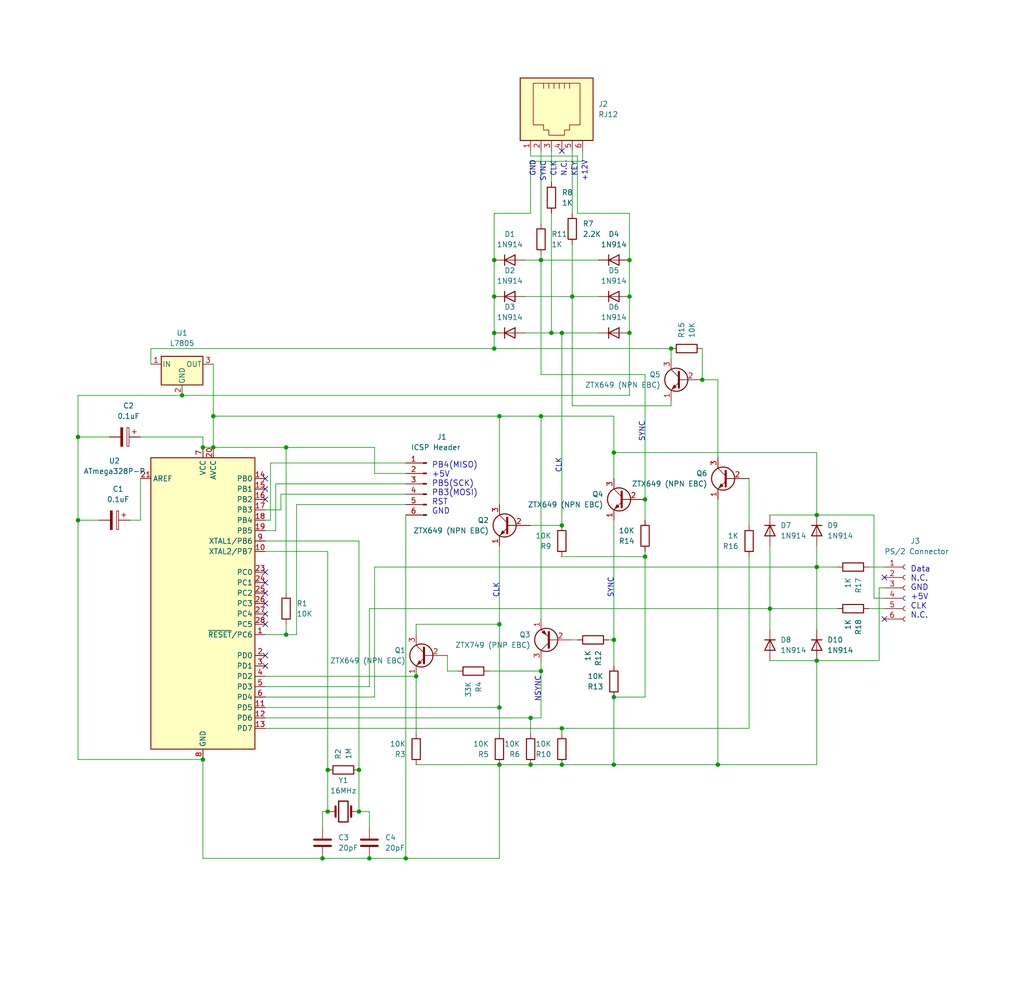
<source format=kicad_sch>
(kicad_sch (version 20211123) (generator eeschema)
  (paper "User" 250.012 240.005)
  (title_block (title "HP-150 Keyboard to PS/2 Keyboard Adaptor") (date "2022-05-22") (rev "A") (comment 1 "Copyright (c) 2022 Moonspine"))
  (lib_symbols
    (symbol "Connector:Conn_01x06_Female" (pin_names (offset 1.016) hide)
      (property "Reference" "J" (at 0 7.62 0))
      (property "Value" "Conn_01x06_Female" (at 0 -10.16 0))
      (symbol "Conn_01x06_Female_1_1"
        (arc (start 0 -7.112) (mid -0.508 -7.62) (end 0 -8.128) (stroke (width 0.1524)))
        (arc (start 0 -4.572) (mid -0.508 -5.08) (end 0 -5.588) (stroke (width 0.1524)))
        (arc (start 0 -2.032) (mid -0.508 -2.54) (end 0 -3.048) (stroke (width 0.1524)))
        (polyline (pts (xy -1.27 -7.62) (xy -0.508 -7.62)) (stroke (width 0.1524)))
        (polyline (pts (xy -1.27 -5.08) (xy -0.508 -5.08)) (stroke (width 0.1524)))
        (polyline (pts (xy -1.27 -2.54) (xy -0.508 -2.54)) (stroke (width 0.1524)))
        (polyline (pts (xy -1.27 0) (xy -0.508 0)) (stroke (width 0.1524)))
        (polyline (pts (xy -1.27 2.54) (xy -0.508 2.54)) (stroke (width 0.1524)))
        (polyline (pts (xy -1.27 5.08) (xy -0.508 5.08)) (stroke (width 0.1524)))
        (arc (start 0 0.508) (mid -0.508 0) (end 0 -0.508) (stroke (width 0.1524)))
        (arc (start 0 3.048) (mid -0.508 2.54) (end 0 2.032) (stroke (width 0.1524)))
        (arc (start 0 5.588) (mid -0.508 5.08) (end 0 4.572) (stroke (width 0.1524)))
        (pin passive line (at -5.08 5.08 0) (length 3.81) (name "Pin_1") (number "1"))
        (pin passive line (at -5.08 2.54 0) (length 3.81) (name "Pin_2") (number "2"))
        (pin passive line (at -5.08 0 0) (length 3.81) (name "Pin_3") (number "3"))
        (pin passive line (at -5.08 -2.54 0) (length 3.81) (name "Pin_4") (number "4"))
        (pin passive line (at -5.08 -5.08 0) (length 3.81) (name "Pin_5") (number "5"))
        (pin passive line (at -5.08 -7.62 0) (length 3.81) (name "Pin_6") (number "6"))
      )
    )
    (symbol "Connector:Conn_01x06_Male" (pin_names (offset 1.016) hide)
      (property "Reference" "J" (at 0 7.62 0))
      (property "Value" "Conn_01x06_Male" (at 0 -10.16 0))
      (symbol "Conn_01x06_Male_1_1"
        (polyline (pts (xy 1.27 -7.62) (xy 0.8636 -7.62)) (stroke (width 0.1524)))
        (polyline (pts (xy 1.27 -5.08) (xy 0.8636 -5.08)) (stroke (width 0.1524)))
        (polyline (pts (xy 1.27 -2.54) (xy 0.8636 -2.54)) (stroke (width 0.1524)))
        (polyline (pts (xy 1.27 0) (xy 0.8636 0)) (stroke (width 0.1524)))
        (polyline (pts (xy 1.27 2.54) (xy 0.8636 2.54)) (stroke (width 0.1524)))
        (polyline (pts (xy 1.27 5.08) (xy 0.8636 5.08)) (stroke (width 0.1524)))
        (rectangle (start 0.8636 -7.493) (end 0 -7.747) (stroke (width 0.1524)) (fill (type outline)))
        (rectangle (start 0.8636 -4.953) (end 0 -5.207) (stroke (width 0.1524)) (fill (type outline)))
        (rectangle (start 0.8636 -2.413) (end 0 -2.667) (stroke (width 0.1524)) (fill (type outline)))
        (rectangle (start 0.8636 0.127) (end 0 -0.127) (stroke (width 0.1524)) (fill (type outline)))
        (rectangle (start 0.8636 2.667) (end 0 2.413) (stroke (width 0.1524)) (fill (type outline)))
        (rectangle (start 0.8636 5.207) (end 0 4.953) (stroke (width 0.1524)) (fill (type outline)))
        (pin passive line (at 5.08 5.08 180) (length 3.81) (name "Pin_1") (number "1"))
        (pin passive line (at 5.08 2.54 180) (length 3.81) (name "Pin_2") (number "2"))
        (pin passive line (at 5.08 0 180) (length 3.81) (name "Pin_3") (number "3"))
        (pin passive line (at 5.08 -2.54 180) (length 3.81) (name "Pin_4") (number "4"))
        (pin passive line (at 5.08 -5.08 180) (length 3.81) (name "Pin_5") (number "5"))
        (pin passive line (at 5.08 -7.62 180) (length 3.81) (name "Pin_6") (number "6"))
      )
    )
    (symbol "Connector:RJ12" (pin_names (offset 1.016))
      (property "Reference" "J" (at -5.08 11.43 0))
      (property "Value" "RJ12" (at 2.54 11.43 0))
      (symbol "RJ12_0_1"
        (polyline (pts (xy -6.35 -1.905) (xy -5.08 -1.905) (xy -5.08 -1.905)))
        (polyline (pts (xy -6.35 -0.635) (xy -5.08 -0.635) (xy -5.08 -0.635)))
        (polyline (pts (xy -6.35 0.635) (xy -5.08 0.635) (xy -5.08 0.635)))
        (polyline (pts (xy -6.35 1.905) (xy -5.08 1.905) (xy -5.08 1.905)))
        (polyline (pts (xy -6.35 3.175) (xy -5.08 3.175) (xy -5.08 3.175)))
        (polyline (pts (xy -5.08 4.445) (xy -6.35 4.445) (xy -6.35 4.445)))
        (polyline (pts (xy -6.35 -4.445) (xy -6.35 6.985) (xy 3.81 6.985) (xy 3.81 4.445) (xy 5.08 4.445) (xy 5.08 3.175) (xy 6.35 3.175) (xy 6.35 -0.635) (xy 5.08 -0.635) (xy 5.08 -1.905) (xy 3.81 -1.905) (xy 3.81 -4.445) (xy -6.35 -4.445) (xy -6.35 -4.445)))
        (rectangle (start 7.62 10.16) (end -7.62 -7.62) (stroke (width 0.254)) (fill (type background)))
      )
      (symbol "RJ12_1_1"
        (pin passive line (at 10.16 -5.08 180) (length 2.54) (name "~") (number "1"))
        (pin passive line (at 10.16 -2.54 180) (length 2.54) (name "~") (number "2"))
        (pin passive line (at 10.16 0 180) (length 2.54) (name "~") (number "3"))
        (pin passive line (at 10.16 2.54 180) (length 2.54) (name "~") (number "4"))
        (pin passive line (at 10.16 5.08 180) (length 2.54) (name "~") (number "5"))
        (pin passive line (at 10.16 7.62 180) (length 2.54) (name "~") (number "6"))
      )
    )
    (symbol "Device:C" (pin_numbers hide) (pin_names (offset 0.254))
      (property "Reference" "C" (at 0.635 2.54 0))
      (property "Value" "C" (at 0.635 -2.54 0))
      (symbol "C_0_1"
        (polyline (pts (xy -2.032 -0.762) (xy 2.032 -0.762)) (stroke (width 0.508)))
        (polyline (pts (xy -2.032 0.762) (xy 2.032 0.762)) (stroke (width 0.508)))
      )
      (symbol "C_1_1"
        (pin passive line (at 0 3.81 270) (length 2.794) (name "~") (number "1"))
        (pin passive line (at 0 -3.81 90) (length 2.794) (name "~") (number "2"))
      )
    )
    (symbol "Device:C_Polarized" (pin_numbers hide) (pin_names (offset 0.254))
      (property "Reference" "C" (at 0.635 2.54 0))
      (property "Value" "C_Polarized" (at 0.635 -2.54 0))
      (symbol "C_Polarized_0_1"
        (rectangle (start -2.286 0.508) (end 2.286 1.016))
        (polyline (pts (xy -1.778 2.286) (xy -0.762 2.286)))
        (polyline (pts (xy -1.27 2.794) (xy -1.27 1.778)))
        (rectangle (start 2.286 -0.508) (end -2.286 -1.016) (fill (type outline)))
      )
      (symbol "C_Polarized_1_1"
        (pin passive line (at 0 3.81 270) (length 2.794) (name "~") (number "1"))
        (pin passive line (at 0 -3.81 90) (length 2.794) (name "~") (number "2"))
      )
    )
    (symbol "Device:Crystal" (pin_numbers hide) (pin_names (offset 1.016) hide)
      (property "Reference" "Y" (at 0 3.81 0))
      (property "Value" "Crystal" (at 0 -3.81 0))
      (symbol "Crystal_0_1"
        (rectangle (start -1.143 2.54) (end 1.143 -2.54) (stroke (width 0.3048)))
        (polyline (pts (xy -2.54 0) (xy -1.905 0)))
        (polyline (pts (xy -1.905 -1.27) (xy -1.905 1.27)) (stroke (width 0.508)))
        (polyline (pts (xy 1.905 -1.27) (xy 1.905 1.27)) (stroke (width 0.508)))
        (polyline (pts (xy 2.54 0) (xy 1.905 0)))
      )
      (symbol "Crystal_1_1"
        (pin passive line (at -3.81 0 0) (length 1.27) (name "1") (number "1"))
        (pin passive line (at 3.81 0 180) (length 1.27) (name "2") (number "2"))
      )
    )
    (symbol "Device:D" (pin_numbers hide) (pin_names (offset 1.016) hide)
      (property "Reference" "D" (at 0 2.54 0))
      (property "Value" "D" (at 0 -2.54 0))
      (symbol "D_0_1"
        (polyline (pts (xy -1.27 1.27) (xy -1.27 -1.27)) (stroke (width 0.254)))
        (polyline (pts (xy 1.27 0) (xy -1.27 0)))
        (polyline (pts (xy 1.27 1.27) (xy 1.27 -1.27) (xy -1.27 0) (xy 1.27 1.27)) (stroke (width 0.254)))
      )
      (symbol "D_1_1"
        (pin passive line (at -3.81 0 0) (length 2.54) (name "K") (number "1"))
        (pin passive line (at 3.81 0 180) (length 2.54) (name "A") (number "2"))
      )
    )
    (symbol "Device:Q_NPN_EBC" (pin_names (offset 0) hide)
      (property "Reference" "Q" (at 5.08 1.27 0))
      (property "Value" "Q_NPN_EBC" (at 5.08 -1.27 0))
      (symbol "Q_NPN_EBC_0_1"
        (polyline (pts (xy 0.635 0.635) (xy 2.54 2.54)))
        (polyline (pts (xy 0.635 -0.635) (xy 2.54 -2.54) (xy 2.54 -2.54)))
        (polyline (pts (xy 0.635 1.905) (xy 0.635 -1.905) (xy 0.635 -1.905)) (stroke (width 0.508)))
        (polyline (pts (xy 1.27 -1.778) (xy 1.778 -1.27) (xy 2.286 -2.286) (xy 1.27 -1.778) (xy 1.27 -1.778)) (fill (type outline)))
        (circle (center 1.27 0) (radius 2.8194) (stroke (width 0.254)))
      )
      (symbol "Q_NPN_EBC_1_1"
        (pin passive line (at 2.54 -5.08 90) (length 2.54) (name "E") (number "1"))
        (pin passive line (at -5.08 0 0) (length 5.715) (name "B") (number "2"))
        (pin passive line (at 2.54 5.08 270) (length 2.54) (name "C") (number "3"))
      )
    )
    (symbol "Device:Q_PNP_EBC" (pin_names (offset 0) hide)
      (property "Reference" "Q" (at 5.08 1.27 0))
      (property "Value" "Q_PNP_EBC" (at 5.08 -1.27 0))
      (symbol "Q_PNP_EBC_0_1"
        (polyline (pts (xy 0.635 0.635) (xy 2.54 2.54)))
        (polyline (pts (xy 0.635 -0.635) (xy 2.54 -2.54) (xy 2.54 -2.54)))
        (polyline (pts (xy 0.635 1.905) (xy 0.635 -1.905) (xy 0.635 -1.905)) (stroke (width 0.508)))
        (polyline (pts (xy 2.286 -1.778) (xy 1.778 -2.286) (xy 1.27 -1.27) (xy 2.286 -1.778) (xy 2.286 -1.778)) (fill (type outline)))
        (circle (center 1.27 0) (radius 2.8194) (stroke (width 0.254)))
      )
      (symbol "Q_PNP_EBC_1_1"
        (pin passive line (at 2.54 -5.08 90) (length 2.54) (name "E") (number "1"))
        (pin input line (at -5.08 0 0) (length 5.715) (name "B") (number "2"))
        (pin passive line (at 2.54 5.08 270) (length 2.54) (name "C") (number "3"))
      )
    )
    (symbol "Device:R" (pin_numbers hide) (pin_names (offset 0))
      (property "Reference" "R" (at 2.032 0 90))
      (property "Value" "R" (at 0 0 90))
      (symbol "R_0_1"
        (rectangle (start -1.016 -2.54) (end 1.016 2.54) (stroke (width 0.254)))
      )
      (symbol "R_1_1"
        (pin passive line (at 0 3.81 270) (length 1.27) (name "~") (number "1"))
        (pin passive line (at 0 -3.81 90) (length 1.27) (name "~") (number "2"))
      )
    )
    (symbol "MCU_Microchip_ATmega:ATmega328P-P"
      (property "Reference" "U" (at -12.7 36.83 0))
      (property "Value" "ATmega328P-P" (at 2.54 -36.83 0))
      (symbol "ATmega328P-P_0_1"
        (rectangle (start -12.7 -35.56) (end 12.7 35.56) (stroke (width 0.254)) (fill (type background)))
      )
      (symbol "ATmega328P-P_1_1"
        (pin bidirectional line (at 15.24 -7.62 180) (length 2.54) (name "~{RESET}/PC6") (number "1"))
        (pin bidirectional line (at 15.24 12.7 180) (length 2.54) (name "XTAL2/PB7") (number "10"))
        (pin bidirectional line (at 15.24 -25.4 180) (length 2.54) (name "PD5") (number "11"))
        (pin bidirectional line (at 15.24 -27.94 180) (length 2.54) (name "PD6") (number "12"))
        (pin bidirectional line (at 15.24 -30.48 180) (length 2.54) (name "PD7") (number "13"))
        (pin bidirectional line (at 15.24 30.48 180) (length 2.54) (name "PB0") (number "14"))
        (pin bidirectional line (at 15.24 27.94 180) (length 2.54) (name "PB1") (number "15"))
        (pin bidirectional line (at 15.24 25.4 180) (length 2.54) (name "PB2") (number "16"))
        (pin bidirectional line (at 15.24 22.86 180) (length 2.54) (name "PB3") (number "17"))
        (pin bidirectional line (at 15.24 20.32 180) (length 2.54) (name "PB4") (number "18"))
        (pin bidirectional line (at 15.24 17.78 180) (length 2.54) (name "PB5") (number "19"))
        (pin bidirectional line (at 15.24 -12.7 180) (length 2.54) (name "PD0") (number "2"))
        (pin power_in line (at 2.54 38.1 270) (length 2.54) (name "AVCC") (number "20"))
        (pin passive line (at -15.24 30.48 0) (length 2.54) (name "AREF") (number "21"))
        (pin passive line (at 0 -38.1 90) (length 2.54) hide (name "GND") (number "22"))
        (pin bidirectional line (at 15.24 7.62 180) (length 2.54) (name "PC0") (number "23"))
        (pin bidirectional line (at 15.24 5.08 180) (length 2.54) (name "PC1") (number "24"))
        (pin bidirectional line (at 15.24 2.54 180) (length 2.54) (name "PC2") (number "25"))
        (pin bidirectional line (at 15.24 0 180) (length 2.54) (name "PC3") (number "26"))
        (pin bidirectional line (at 15.24 -2.54 180) (length 2.54) (name "PC4") (number "27"))
        (pin bidirectional line (at 15.24 -5.08 180) (length 2.54) (name "PC5") (number "28"))
        (pin bidirectional line (at 15.24 -15.24 180) (length 2.54) (name "PD1") (number "3"))
        (pin bidirectional line (at 15.24 -17.78 180) (length 2.54) (name "PD2") (number "4"))
        (pin bidirectional line (at 15.24 -20.32 180) (length 2.54) (name "PD3") (number "5"))
        (pin bidirectional line (at 15.24 -22.86 180) (length 2.54) (name "PD4") (number "6"))
        (pin power_in line (at 0 38.1 270) (length 2.54) (name "VCC") (number "7"))
        (pin power_in line (at 0 -38.1 90) (length 2.54) (name "GND") (number "8"))
        (pin bidirectional line (at 15.24 15.24 180) (length 2.54) (name "XTAL1/PB6") (number "9"))
      )
    )
    (symbol "Regulator_Linear:L7805" (pin_names (offset 0.254))
      (property "Reference" "U" (at -3.81 3.175 0))
      (property "Value" "L7805" (at 0 3.175 0))
      (symbol "L7805_0_1"
        (rectangle (start -5.08 1.905) (end 5.08 -5.08) (stroke (width 0.254)) (fill (type background)))
      )
      (symbol "L7805_1_1"
        (pin power_in line (at -7.62 0 0) (length 2.54) (name "IN") (number "1"))
        (pin power_in line (at 0 -7.62 90) (length 2.54) (name "GND") (number "2"))
        (pin power_out line (at 7.62 0 180) (length 2.54) (name "OUT") (number "3"))
      )
    )
  )
  (junction (at 52.07 109.22))
  (junction (at 90.17 209.55))
  (junction (at 132.08 101.6))
  (junction (at 139.7 72.39))
  (junction (at 80.01 198.12))
  (junction (at 120.65 85.09))
  (junction (at 129.54 175.26))
  (junction (at 80.01 187.96))
  (junction (at 44.45 96.52))
  (junction (at 69.85 109.22))
  (junction (at 199.39 138.43))
  (junction (at 121.92 172.72))
  (junction (at 153.67 72.39))
  (junction (at 149.86 156.21))
  (junction (at 137.16 186.69))
  (junction (at 121.92 186.69))
  (junction (at 69.85 154.94))
  (junction (at 99.06 209.55))
  (junction (at 78.74 209.55))
  (junction (at 120.65 72.39))
  (junction (at 87.63 198.12))
  (junction (at 132.08 163.83))
  (junction (at 157.48 135.89))
  (junction (at 49.53 185.42))
  (junction (at 132.08 63.5))
  (junction (at 149.86 186.69))
  (junction (at 134.62 81.28))
  (junction (at 121.92 101.6))
  (junction (at 171.45 92.71))
  (junction (at 137.16 128.27))
  (junction (at 120.65 63.5))
  (junction (at 87.63 187.96))
  (junction (at 187.96 148.59))
  (junction (at 129.54 186.69))
  (junction (at 121.92 152.4))
  (junction (at 163.83 85.09))
  (junction (at 149.86 170.18))
  (junction (at 137.16 81.28))
  (junction (at 49.53 109.22))
  (junction (at 175.26 186.69))
  (junction (at 149.86 110.49))
  (junction (at 199.39 125.73))
  (junction (at 153.67 63.5))
  (junction (at 19.05 106.68))
  (junction (at 120.65 81.28))
  (junction (at 199.39 161.29))
  (junction (at 19.05 127))
  (junction (at 52.07 101.6))
  (junction (at 157.48 121.92))
  (junction (at 137.16 177.8))
  (junction (at 153.67 81.28))
  (junction (at 101.6 165.1))
  (no_connect (at 64.77 144.78))
  (no_connect (at 64.77 142.24))
  (no_connect (at 64.77 147.32))
  (no_connect (at 64.77 149.86))
  (no_connect (at 64.77 152.4))
  (no_connect (at 215.9 151.13))
  (no_connect (at 215.9 140.97))
  (no_connect (at 137.16 36.83))
  (no_connect (at 64.77 119.38))
  (no_connect (at 64.77 116.84))
  (no_connect (at 64.77 121.92))
  (no_connect (at 64.77 139.7))
  (no_connect (at 64.77 160.02))
  (no_connect (at 64.77 162.56))
  (wire (pts (xy 120.65 63.5) (xy 120.65 72.39)))
  (wire (pts (xy 49.53 109.22) (xy 52.07 109.22)))
  (wire (pts (xy 19.05 127) (xy 19.05 106.68)))
  (wire (pts (xy 101.6 165.1) (xy 101.6 179.07)))
  (wire (pts (xy 66.04 127) (xy 64.77 127)))
  (wire (pts (xy 64.77 170.18) (xy 91.44 170.18)))
  (wire (pts (xy 87.63 198.12) (xy 90.17 198.12)))
  (wire (pts (xy 121.92 133.35) (xy 121.92 152.4)))
  (wire (pts (xy 91.44 170.18) (xy 91.44 138.43)))
  (wire (pts (xy 90.17 209.55) (xy 99.06 209.55)))
  (wire (pts (xy 19.05 106.68) (xy 26.67 106.68)))
  (wire (pts (xy 90.17 167.64) (xy 90.17 148.59)))
  (wire (pts (xy 101.6 186.69) (xy 121.92 186.69)))
  (wire (pts (xy 139.7 59.69) (xy 139.7 72.39)))
  (wire (pts (xy 129.54 186.69) (xy 137.16 186.69)))
  (wire (pts (xy 49.53 185.42) (xy 19.05 185.42)))
  (wire (pts (xy 121.92 209.55) (xy 121.92 186.69)))
  (wire (pts (xy 52.07 88.9) (xy 52.07 101.6)))
  (wire (pts (xy 215.9 143.51) (xy 214.63 143.51)))
  (wire (pts (xy 199.39 138.43) (xy 199.39 153.67)))
  (wire (pts (xy 137.16 177.8) (xy 182.88 177.8)))
  (wire (pts (xy 128.27 72.39) (xy 139.7 72.39)))
  (wire (pts (xy 99.06 209.55) (xy 99.06 125.73)))
  (wire (pts (xy 171.45 85.09) (xy 171.45 92.71)))
  (wire (pts (xy 149.86 170.18) (xy 149.86 186.69)))
  (wire (pts (xy 129.54 52.07) (xy 129.54 39.37)))
  (wire (pts (xy 19.05 127) (xy 24.13 127)))
  (wire (pts (xy 199.39 133.35) (xy 199.39 138.43)))
  (wire (pts (xy 153.67 72.39) (xy 153.67 81.28)))
  (wire (pts (xy 132.08 91.44) (xy 157.48 91.44)))
  (wire (pts (xy 120.65 52.07) (xy 129.54 52.07)))
  (wire (pts (xy 72.39 154.94) (xy 69.85 154.94)))
  (wire (pts (xy 80.01 198.12) (xy 78.74 198.12)))
  (wire (pts (xy 139.7 72.39) (xy 146.05 72.39)))
  (wire (pts (xy 99.06 123.19) (xy 72.39 123.19)))
  (wire (pts (xy 119.38 163.83) (xy 132.08 163.83)))
  (wire (pts (xy 67.31 129.54) (xy 64.77 129.54)))
  (wire (pts (xy 120.65 72.39) (xy 120.65 81.28)))
  (wire (pts (xy 199.39 186.69) (xy 199.39 161.29)))
  (wire (pts (xy 72.39 123.19) (xy 72.39 154.94)))
  (wire (pts (xy 49.53 209.55) (xy 49.53 185.42)))
  (wire (pts (xy 137.16 186.69) (xy 149.86 186.69)))
  (wire (pts (xy 132.08 101.6) (xy 149.86 101.6)))
  (wire (pts (xy 129.54 36.83) (xy 129.54 38.1)))
  (wire (pts (xy 175.26 92.71) (xy 171.45 92.71)))
  (wire (pts (xy 80.01 187.96) (xy 80.01 198.12)))
  (wire (pts (xy 52.07 101.6) (xy 121.92 101.6)))
  (wire (pts (xy 213.36 125.73) (xy 199.39 125.73)))
  (wire (pts (xy 137.16 81.28) (xy 137.16 128.27)))
  (wire (pts (xy 153.67 52.07) (xy 140.97 52.07)))
  (wire (pts (xy 139.7 36.83) (xy 139.7 52.07)))
  (wire (pts (xy 137.16 177.8) (xy 137.16 179.07)))
  (wire (pts (xy 153.67 63.5) (xy 153.67 72.39)))
  (wire (pts (xy 214.63 143.51) (xy 214.63 161.29)))
  (wire (pts (xy 129.54 39.37) (xy 142.24 39.37)))
  (wire (pts (xy 87.63 187.96) (xy 87.63 198.12)))
  (wire (pts (xy 139.7 99.06) (xy 163.83 99.06)))
  (wire (pts (xy 149.86 156.21) (xy 149.86 162.56)))
  (wire (pts (xy 99.06 209.55) (xy 121.92 209.55)))
  (wire (pts (xy 140.97 38.1) (xy 129.54 38.1)))
  (wire (pts (xy 213.36 146.05) (xy 213.36 125.73)))
  (wire (pts (xy 153.67 96.52) (xy 153.67 81.28)))
  (wire (pts (xy 137.16 81.28) (xy 146.05 81.28)))
  (wire (pts (xy 69.85 109.22) (xy 91.44 109.22)))
  (wire (pts (xy 140.97 52.07) (xy 140.97 38.1)))
  (wire (pts (xy 187.96 148.59) (xy 204.47 148.59)))
  (wire (pts (xy 66.04 113.03) (xy 66.04 127)))
  (wire (pts (xy 64.77 134.62) (xy 80.01 134.62)))
  (wire (pts (xy 101.6 154.94) (xy 101.6 152.4)))
  (wire (pts (xy 19.05 96.52) (xy 44.45 96.52)))
  (wire (pts (xy 187.96 133.35) (xy 187.96 148.59)))
  (wire (pts (xy 78.74 198.12) (xy 78.74 201.93)))
  (wire (pts (xy 129.54 175.26) (xy 129.54 179.07)))
  (wire (pts (xy 34.29 116.84) (xy 34.29 127)))
  (wire (pts (xy 99.06 120.65) (xy 68.58 120.65)))
  (wire (pts (xy 132.08 163.83) (xy 132.08 175.26)))
  (wire (pts (xy 182.88 128.27) (xy 182.88 116.84)))
  (wire (pts (xy 157.48 170.18) (xy 149.86 170.18)))
  (wire (pts (xy 137.16 135.89) (xy 157.48 135.89)))
  (wire (pts (xy 153.67 63.5) (xy 153.67 52.07)))
  (wire (pts (xy 90.17 198.12) (xy 90.17 201.93)))
  (wire (pts (xy 69.85 154.94) (xy 69.85 152.4)))
  (wire (pts (xy 121.92 101.6) (xy 132.08 101.6)))
  (wire (pts (xy 68.58 120.65) (xy 68.58 124.46)))
  (wire (pts (xy 52.07 109.22) (xy 69.85 109.22)))
  (wire (pts (xy 64.77 132.08) (xy 87.63 132.08)))
  (wire (pts (xy 139.7 72.39) (xy 139.7 99.06)))
  (wire (pts (xy 78.74 209.55) (xy 90.17 209.55)))
  (wire (pts (xy 67.31 118.11) (xy 67.31 129.54)))
  (wire (pts (xy 149.86 110.49) (xy 199.39 110.49)))
  (wire (pts (xy 142.24 39.37) (xy 142.24 36.83)))
  (wire (pts (xy 187.96 148.59) (xy 187.96 153.67)))
  (wire (pts (xy 199.39 161.29) (xy 187.96 161.29)))
  (wire (pts (xy 199.39 110.49) (xy 199.39 125.73)))
  (wire (pts (xy 182.88 135.89) (xy 182.88 177.8)))
  (wire (pts (xy 99.06 113.03) (xy 66.04 113.03)))
  (wire (pts (xy 212.09 138.43) (xy 215.9 138.43)))
  (wire (pts (xy 19.05 106.68) (xy 19.05 96.52)))
  (wire (pts (xy 157.48 121.92) (xy 157.48 127)))
  (wire (pts (xy 99.06 118.11) (xy 67.31 118.11)))
  (wire (pts (xy 69.85 109.22) (xy 69.85 144.78)))
  (wire (pts (xy 149.86 186.69) (xy 175.26 186.69)))
  (wire (pts (xy 91.44 115.57) (xy 99.06 115.57)))
  (wire (pts (xy 120.65 81.28) (xy 120.65 85.09)))
  (wire (pts (xy 64.77 167.64) (xy 90.17 167.64)))
  (wire (pts (xy 148.59 156.21) (xy 149.86 156.21)))
  (wire (pts (xy 109.22 163.83) (xy 109.22 160.02)))
  (wire (pts (xy 31.75 127) (xy 34.29 127)))
  (wire (pts (xy 78.74 209.55) (xy 49.53 209.55)))
  (wire (pts (xy 111.76 163.83) (xy 109.22 163.83)))
  (wire (pts (xy 137.16 128.27) (xy 129.54 128.27)))
  (wire (pts (xy 157.48 91.44) (xy 157.48 121.92)))
  (wire (pts (xy 19.05 185.42) (xy 19.05 127)))
  (wire (pts (xy 132.08 101.6) (xy 132.08 151.13)))
  (wire (pts (xy 80.01 134.62) (xy 80.01 187.96)))
  (wire (pts (xy 64.77 177.8) (xy 137.16 177.8)))
  (wire (pts (xy 49.53 106.68) (xy 49.53 109.22)))
  (wire (pts (xy 87.63 132.08) (xy 87.63 187.96)))
  (wire (pts (xy 132.08 36.83) (xy 132.08 54.61)))
  (wire (pts (xy 212.09 148.59) (xy 215.9 148.59)))
  (wire (pts (xy 214.63 161.29) (xy 199.39 161.29)))
  (wire (pts (xy 175.26 186.69) (xy 199.39 186.69)))
  (wire (pts (xy 121.92 101.6) (xy 121.92 123.19)))
  (wire (pts (xy 157.48 135.89) (xy 157.48 134.62)))
  (wire (pts (xy 91.44 109.22) (xy 91.44 115.57)))
  (wire (pts (xy 163.83 87.63) (xy 163.83 85.09)))
  (wire (pts (xy 64.77 172.72) (xy 121.92 172.72)))
  (wire (pts (xy 187.96 125.73) (xy 199.39 125.73)))
  (wire (pts (xy 175.26 121.92) (xy 175.26 186.69)))
  (wire (pts (xy 64.77 175.26) (xy 129.54 175.26)))
  (wire (pts (xy 149.86 127) (xy 149.86 156.21)))
  (wire (pts (xy 52.07 101.6) (xy 52.07 109.22)))
  (wire (pts (xy 90.17 148.59) (xy 187.96 148.59)))
  (wire (pts (xy 101.6 152.4) (xy 121.92 152.4)))
  (wire (pts (xy 139.7 156.21) (xy 140.97 156.21)))
  (wire (pts (xy 64.77 165.1) (xy 101.6 165.1)))
  (wire (pts (xy 132.08 62.23) (xy 132.08 63.5)))
  (wire (pts (xy 91.44 138.43) (xy 199.39 138.43)))
  (wire (pts (xy 36.83 85.09) (xy 120.65 85.09)))
  (wire (pts (xy 134.62 52.07) (xy 134.62 81.28)))
  (wire (pts (xy 157.48 135.89) (xy 157.48 170.18)))
  (wire (pts (xy 128.27 81.28) (xy 134.62 81.28)))
  (wire (pts (xy 199.39 138.43) (xy 204.47 138.43)))
  (wire (pts (xy 132.08 63.5) (xy 132.08 91.44)))
  (wire (pts (xy 134.62 81.28) (xy 137.16 81.28)))
  (wire (pts (xy 120.65 85.09) (xy 163.83 85.09)))
  (wire (pts (xy 175.26 111.76) (xy 175.26 92.71)))
  (wire (pts (xy 34.29 106.68) (xy 49.53 106.68)))
  (wire (pts (xy 64.77 154.94) (xy 69.85 154.94)))
  (wire (pts (xy 132.08 161.29) (xy 132.08 163.83)))
  (wire (pts (xy 215.9 146.05) (xy 213.36 146.05)))
  (wire (pts (xy 129.54 175.26) (xy 132.08 175.26)))
  (wire (pts (xy 120.65 63.5) (xy 120.65 52.07)))
  (wire (pts (xy 121.92 152.4) (xy 121.92 172.72)))
  (wire (pts (xy 121.92 172.72) (xy 121.92 179.07)))
  (wire (pts (xy 132.08 63.5) (xy 146.05 63.5)))
  (wire (pts (xy 68.58 124.46) (xy 64.77 124.46)))
  (wire (pts (xy 36.83 85.09) (xy 36.83 88.9)))
  (wire (pts (xy 44.45 96.52) (xy 153.67 96.52)))
  (wire (pts (xy 163.83 99.06) (xy 163.83 97.79)))
  (wire (pts (xy 134.62 44.45) (xy 134.62 36.83)))
  (wire (pts (xy 149.86 101.6) (xy 149.86 110.49)))
  (wire (pts (xy 149.86 110.49) (xy 149.86 116.84)))
  (wire (pts (xy 128.27 63.5) (xy 132.08 63.5)))
  (wire (pts (xy 121.92 186.69) (xy 129.54 186.69)))
  (text "GND" (at 130.81 43.18 90) (effects (font (size 1.27 1.27)) (justify left bottom)))
  (text "CLK" (at 137.16 115.57 90) (effects (font (size 1.27 1.27)) (justify left bottom)))
  (text "NSYNC" (at 132.08 171.45 90) (effects (font (size 1.27 1.27)) (justify left bottom)))
  (text "SYNC" (at 157.48 107.95 90) (effects (font (size 1.27 1.27)) (justify left bottom)))
  (text "KEY" (at 140.97 43.18 90) (effects (font (size 1.27 1.27)) (justify left bottom)))
  (text "Data\nN.C.\nGND\n+5V\nCLK\nN.C." (at 222.25 151.13 0) (effects (font (size 1.4 1.4)) (justify left bottom)))
  (text "PB4(MISO)\n+5V\nPB5(SCK)\nPB3(MOSI)\nRST\nGND" (at 105.41 125.73 0) (effects (font (size 1.4 1.4)) (justify left bottom)))
  (text "CLK" (at 135.89 43.18 90) (effects (font (size 1.27 1.27)) (justify left bottom)))
  (text "N.C." (at 138.43 43.18 90) (effects (font (size 1.27 1.27)) (justify left bottom)))
  (text "CLK" (at 121.92 146.05 90) (effects (font (size 1.27 1.27)) (justify left bottom)))
  (text "+12V" (at 143.51 44.45 90) (effects (font (size 1.27 1.27)) (justify left bottom)))
  (text "SYNC" (at 149.86 146.05 90) (effects (font (size 1.27 1.27)) (justify left bottom)))
  (text "SYNC" (at 133.35 44.45 90) (effects (font (size 1.27 1.27)) (justify left bottom)))
  (symbol (lib_id "Device:C_Polarized") (at 30.48 106.68 270) (unit 1)
    (property "Reference" "C2" (at 31.369 99.06 90))
    (property "Value" "0.1uF" (at 31.369 101.6 90))
    (property "Footprint" "Capacitor_THT:CP_Radial_Tantal_D5.0mm_P2.50mm" (effects hide))
  )
  (symbol (lib_id "Device:R") (at 144.78 156.21 270) (unit 1)
    (property "Reference" "R12" (at 146.0501 158.75 0) (effects (justify left)))
    (property "Value" "1K" (at 143.5101 158.75 0) (effects (justify left)))
    (property "Footprint" "Resistor_THT:R_Axial_DIN0207_L6.3mm_D2.5mm_P10.16mm_Horizontal" (effects hide))
  )
  (symbol (lib_id "Device:R") (at 132.08 58.42 0) (unit 1)
    (property "Reference" "R11" (at 134.62 57.1499 0) (effects (justify left)))
    (property "Value" "1K" (at 134.62 59.6899 0) (effects (justify left)))
    (property "Footprint" "Resistor_THT:R_Axial_DIN0207_L6.3mm_D2.5mm_P10.16mm_Horizontal" (effects hide))
  )
  (symbol (lib_id "Device:R") (at 101.6 182.88 180) (unit 1)
    (property "Reference" "R3" (at 99.06 184.1501 0) (effects (justify left)))
    (property "Value" "10K" (at 99.06 181.6101 0) (effects (justify left)))
    (property "Footprint" "Resistor_THT:R_Axial_DIN0207_L6.3mm_D2.5mm_P10.16mm_Horizontal" (effects hide))
  )
  (symbol (lib_id "Connector:RJ12") (at 134.62 26.67 270) (unit 1)
    (property "Reference" "J2" (at 146.05 25.3999 90) (effects (justify left)))
    (property "Value" "RJ12" (at 146.05 27.9399 90) (effects (justify left)))
    (property "Footprint" "Connector_RJ:RJ12_Amphenol_54601" (effects hide))
  )
  (symbol (lib_id "Device:R") (at 208.28 138.43 270) (unit 1)
    (property "Reference" "R17" (at 209.5501 140.97 0) (effects (justify left)))
    (property "Value" "1K" (at 207.0101 140.97 0) (effects (justify left)))
    (property "Footprint" "Resistor_THT:R_Axial_DIN0207_L6.3mm_D2.5mm_P10.16mm_Horizontal" (effects hide))
  )
  (symbol (lib_id "Device:D") (at 149.86 72.39 0) (unit 1)
    (property "Reference" "D5" (at 149.86 66.04 0))
    (property "Value" "1N914" (at 149.86 68.58 0))
    (property "Footprint" "Diode_THT:D_DO-34_SOD68_P7.62mm_Horizontal" (effects hide))
  )
  (symbol (lib_id "Device:R") (at 83.82 187.96 90) (unit 1)
    (property "Reference" "R2" (at 82.5499 185.42 0) (effects (justify left)))
    (property "Value" "1M" (at 85.0899 185.42 0) (effects (justify left)))
    (property "Footprint" "Resistor_THT:R_Axial_DIN0207_L6.3mm_D2.5mm_P10.16mm_Horizontal" (effects hide))
  )
  (symbol (lib_id "Device:R") (at 157.48 130.81 180) (unit 1)
    (property "Reference" "R14" (at 154.94 132.0801 0) (effects (justify left)))
    (property "Value" "10K" (at 154.94 129.5401 0) (effects (justify left)))
    (property "Footprint" "Resistor_THT:R_Axial_DIN0207_L6.3mm_D2.5mm_P10.16mm_Horizontal" (effects hide))
  )
  (symbol (lib_id "Device:R") (at 121.92 182.88 180) (unit 1)
    (property "Reference" "R5" (at 119.38 184.1501 0) (effects (justify left)))
    (property "Value" "10K" (at 119.38 181.6101 0) (effects (justify left)))
    (property "Footprint" "Resistor_THT:R_Axial_DIN0207_L6.3mm_D2.5mm_P10.16mm_Horizontal" (effects hide))
  )
  (symbol (lib_id "Device:Q_NPN_EBC") (at 166.37 92.71 0) (mirror y) (unit 1)
    (property "Reference" "Q5" (at 161.29 91.4399 0) (effects (justify left)))
    (property "Value" "ZTX649 (NPN EBC)" (at 161.29 93.9799 0) (effects (justify left)))
    (property "Footprint" "Package_TO_SOT_THT:TO-92L_Inline" (effects hide))
  )
  (symbol (lib_id "Device:Q_NPN_EBC") (at 177.8 116.84 0) (mirror y) (unit 1)
    (property "Reference" "Q6" (at 172.72 115.5699 0) (effects (justify left)))
    (property "Value" "ZTX649 (NPN EBC)" (at 172.72 118.1099 0) (effects (justify left)))
    (property "Footprint" "Package_TO_SOT_THT:TO-92L_Inline" (effects hide))
  )
  (symbol (lib_id "Connector:Conn_01x06_Female") (at 220.98 143.51 0) (unit 1)
    (property "Reference" "J3" (at 222.25 132.08 0) (effects (justify left)))
    (property "Value" "PS/2 Connector" (at 215.9 134.62 0) (effects (justify left)))
    (property "Footprint" "PS2_Keyboard_Adaptor_Library:PS2_Connector_F" (effects hide))
  )
  (symbol (lib_id "Device:Q_NPN_EBC") (at 104.14 160.02 0) (mirror y) (unit 1)
    (property "Reference" "Q1" (at 99.06 158.7499 0) (effects (justify left)))
    (property "Value" "ZTX649 (NPN EBC)" (at 99.06 161.2899 0) (effects (justify left)))
    (property "Footprint" "Package_TO_SOT_THT:TO-92L_Inline" (effects hide))
  )
  (symbol (lib_id "Device:D") (at 124.46 72.39 0) (unit 1)
    (property "Reference" "D2" (at 124.46 66.04 0))
    (property "Value" "1N914" (at 124.46 68.58 0))
    (property "Footprint" "Diode_THT:D_DO-34_SOD68_P7.62mm_Horizontal" (effects hide))
  )
  (symbol (lib_id "Device:D") (at 187.96 129.54 270) (unit 1)
    (property "Reference" "D7" (at 190.5 128.2699 90) (effects (justify left)))
    (property "Value" "1N914" (at 190.5 130.8099 90) (effects (justify left)))
    (property "Footprint" "Diode_THT:D_DO-34_SOD68_P7.62mm_Horizontal" (effects hide))
  )
  (symbol (lib_id "Device:Q_NPN_EBC") (at 152.4 121.92 0) (mirror y) (unit 1)
    (property "Reference" "Q4" (at 147.32 120.6499 0) (effects (justify left)))
    (property "Value" "ZTX649 (NPN EBC)" (at 147.32 123.1899 0) (effects (justify left)))
    (property "Footprint" "Package_TO_SOT_THT:TO-92L_Inline" (effects hide))
  )
  (symbol (lib_id "Device:D") (at 149.86 81.28 0) (unit 1)
    (property "Reference" "D6" (at 149.86 74.93 0))
    (property "Value" "1N914" (at 149.86 77.47 0))
    (property "Footprint" "Diode_THT:D_DO-34_SOD68_P7.62mm_Horizontal" (effects hide))
  )
  (symbol (lib_id "Device:R") (at 208.28 148.59 270) (unit 1)
    (property "Reference" "R18" (at 209.5501 151.13 0) (effects (justify left)))
    (property "Value" "1K" (at 207.0101 151.13 0) (effects (justify left)))
    (property "Footprint" "Resistor_THT:R_Axial_DIN0207_L6.3mm_D2.5mm_P10.16mm_Horizontal" (effects hide))
  )
  (symbol (lib_id "Device:R") (at 129.54 182.88 180) (unit 1)
    (property "Reference" "R6" (at 127 184.1501 0) (effects (justify left)))
    (property "Value" "10K" (at 127 181.6101 0) (effects (justify left)))
    (property "Footprint" "Resistor_THT:R_Axial_DIN0207_L6.3mm_D2.5mm_P10.16mm_Horizontal" (effects hide))
  )
  (symbol (lib_id "Device:R") (at 139.7 55.88 0) (unit 1)
    (property "Reference" "R7" (at 142.24 54.6099 0) (effects (justify left)))
    (property "Value" "2.2K" (at 142.24 57.1499 0) (effects (justify left)))
    (property "Footprint" "Resistor_THT:R_Axial_DIN0207_L6.3mm_D2.5mm_P10.16mm_Horizontal" (effects hide))
  )
  (symbol (lib_id "Device:Q_NPN_EBC") (at 124.46 128.27 0) (mirror y) (unit 1)
    (property "Reference" "Q2" (at 119.38 126.9999 0) (effects (justify left)))
    (property "Value" "ZTX649 (NPN EBC)" (at 119.38 129.5399 0) (effects (justify left)))
    (property "Footprint" "Package_TO_SOT_THT:TO-92L_Inline" (effects hide))
  )
  (symbol (lib_id "Device:Q_PNP_EBC") (at 134.62 156.21 180) (unit 1)
    (property "Reference" "Q3" (at 129.54 154.9399 0) (effects (justify left)))
    (property "Value" "ZTX749 (PNP EBC)" (at 129.54 157.4799 0) (effects (justify left)))
    (property "Footprint" "Package_TO_SOT_THT:TO-92_Inline" (effects hide))
  )
  (symbol (lib_id "Device:R") (at 137.16 182.88 180) (unit 1)
    (property "Reference" "R10" (at 134.62 184.1501 0) (effects (justify left)))
    (property "Value" "10K" (at 134.62 181.6101 0) (effects (justify left)))
    (property "Footprint" "Resistor_THT:R_Axial_DIN0207_L6.3mm_D2.5mm_P10.16mm_Horizontal" (effects hide))
  )
  (symbol (lib_id "Connector:Conn_01x06_Male") (at 104.14 118.11 0) (mirror y) (unit 1)
    (property "Reference" "J1" (at 106.68 106.68 0) (effects (justify right)))
    (property "Value" "ICSP Header" (at 100.33 109.22 0) (effects (justify right)))
    (property "Footprint" "Connector_PinHeader_2.54mm:PinHeader_2x03_P2.54mm_Vertical" (effects hide))
  )
  (symbol (lib_id "Device:D") (at 124.46 63.5 0) (unit 1)
    (property "Reference" "D1" (at 124.46 57.15 0))
    (property "Value" "1N914" (at 124.46 59.69 0))
    (property "Footprint" "Diode_THT:D_DO-34_SOD68_P7.62mm_Horizontal" (effects hide))
  )
  (symbol (lib_id "Device:R") (at 167.64 85.09 90) (unit 1)
    (property "Reference" "R15" (at 166.3699 82.55 0) (effects (justify left)))
    (property "Value" "10K" (at 168.9099 82.55 0) (effects (justify left)))
    (property "Footprint" "Resistor_THT:R_Axial_DIN0207_L6.3mm_D2.5mm_P10.16mm_Horizontal" (effects hide))
  )
  (symbol (lib_id "Device:D") (at 187.96 157.48 270) (unit 1)
    (property "Reference" "D8" (at 190.5 156.2099 90) (effects (justify left)))
    (property "Value" "1N914" (at 190.5 158.7499 90) (effects (justify left)))
    (property "Footprint" "Diode_THT:D_DO-34_SOD68_P7.62mm_Horizontal" (effects hide))
  )
  (symbol (lib_id "Device:R") (at 182.88 132.08 180) (unit 1)
    (property "Reference" "R16" (at 180.34 133.3501 0) (effects (justify left)))
    (property "Value" "1K" (at 180.34 130.8101 0) (effects (justify left)))
    (property "Footprint" "Resistor_THT:R_Axial_DIN0207_L6.3mm_D2.5mm_P10.16mm_Horizontal" (effects hide))
  )
  (symbol (lib_id "MCU_Microchip_ATmega:ATmega328P-P") (at 49.53 147.32 0) (unit 1)
    (property "Reference" "U2" (at 27.94 112.5093 0))
    (property "Value" "ATmega328P-P" (at 27.94 115.0493 0))
    (property "Footprint" "Package_DIP:DIP-28_W7.62mm" (effects hide))
    (property "Datasheet" "http://ww1.microchip.com/downloads/en/DeviceDoc/ATmega328_P%20AVR%20MCU%20with%20picoPower%20Technology%20Data%20Sheet%2040001984A.pdf" (effects hide))
  )
  (symbol (lib_id "Device:D") (at 124.46 81.28 0) (unit 1)
    (property "Reference" "D3" (at 124.46 74.93 0))
    (property "Value" "1N914" (at 124.46 77.47 0))
    (property "Footprint" "Diode_THT:D_DO-34_SOD68_P7.62mm_Horizontal" (effects hide))
  )
  (symbol (lib_id "Device:R") (at 137.16 132.08 180) (unit 1)
    (property "Reference" "R9" (at 134.62 133.3501 0) (effects (justify left)))
    (property "Value" "10K" (at 134.62 130.8101 0) (effects (justify left)))
    (property "Footprint" "Resistor_THT:R_Axial_DIN0207_L6.3mm_D2.5mm_P10.16mm_Horizontal" (effects hide))
  )
  (symbol (lib_id "Device:D") (at 199.39 157.48 270) (unit 1)
    (property "Reference" "D10" (at 201.93 156.2099 90) (effects (justify left)))
    (property "Value" "1N914" (at 201.93 158.7499 90) (effects (justify left)))
    (property "Footprint" "Diode_THT:D_DO-34_SOD68_P7.62mm_Horizontal" (effects hide))
  )
  (symbol (lib_id "Device:C_Polarized") (at 27.94 127 270) (unit 1)
    (property "Reference" "C1" (at 28.829 119.38 90))
    (property "Value" "0.1uF" (at 28.829 121.92 90))
    (property "Footprint" "Capacitor_THT:CP_Radial_Tantal_D5.0mm_P2.50mm" (effects hide))
  )
  (symbol (lib_id "Device:C") (at 90.17 205.74 0) (unit 1)
    (property "Reference" "C4" (at 93.98 204.4699 0) (effects (justify left)))
    (property "Value" "20pF" (at 93.98 207.0099 0) (effects (justify left)))
    (property "Footprint" "Capacitor_THT:C_Disc_D5.0mm_W2.5mm_P2.50mm" (effects hide))
  )
  (symbol (lib_id "Device:Crystal") (at 83.82 198.12 0) (unit 1)
    (property "Reference" "Y1" (at 83.82 190.5 0))
    (property "Value" "16MHz" (at 83.82 193.04 0))
    (property "Footprint" "Crystal:Crystal_HC49-U_Vertical" (effects hide))
  )
  (symbol (lib_id "Device:D") (at 149.86 63.5 0) (unit 1)
    (property "Reference" "D4" (at 149.86 57.15 0))
    (property "Value" "1N914" (at 149.86 59.69 0))
    (property "Footprint" "Diode_THT:D_DO-34_SOD68_P7.62mm_Horizontal" (effects hide))
  )
  (symbol (lib_id "Device:R") (at 134.62 48.26 0) (unit 1)
    (property "Reference" "R8" (at 137.16 46.9899 0) (effects (justify left)))
    (property "Value" "1K" (at 137.16 49.5299 0) (effects (justify left)))
    (property "Footprint" "Resistor_THT:R_Axial_DIN0207_L6.3mm_D2.5mm_P10.16mm_Horizontal" (effects hide))
  )
  (symbol (lib_id "Device:R") (at 115.57 163.83 270) (unit 1)
    (property "Reference" "R4" (at 116.8401 166.37 0) (effects (justify left)))
    (property "Value" "33K" (at 114.3001 166.37 0) (effects (justify left)))
    (property "Footprint" "Resistor_THT:R_Axial_DIN0207_L6.3mm_D2.5mm_P10.16mm_Horizontal" (effects hide))
  )
  (symbol (lib_id "Device:R") (at 149.86 166.37 180) (unit 1)
    (property "Reference" "R13" (at 147.32 167.6401 0) (effects (justify left)))
    (property "Value" "10K" (at 147.32 165.1001 0) (effects (justify left)))
    (property "Footprint" "Resistor_THT:R_Axial_DIN0207_L6.3mm_D2.5mm_P10.16mm_Horizontal" (effects hide))
  )
  (symbol (lib_id "Device:R") (at 69.85 148.59 0) (unit 1)
    (property "Reference" "R1" (at 72.39 147.3199 0) (effects (justify left)))
    (property "Value" "10K" (at 72.39 149.8599 0) (effects (justify left)))
    (property "Footprint" "Resistor_THT:R_Axial_DIN0207_L6.3mm_D2.5mm_P10.16mm_Horizontal" (effects hide))
  )
  (symbol (lib_id "Device:C") (at 78.74 205.74 0) (unit 1)
    (property "Reference" "C3" (at 82.55 204.4699 0) (effects (justify left)))
    (property "Value" "20pF" (at 82.55 207.0099 0) (effects (justify left)))
    (property "Footprint" "Capacitor_THT:C_Disc_D5.0mm_W2.5mm_P2.50mm" (effects hide))
  )
  (symbol (lib_id "Device:D") (at 199.39 129.54 270) (unit 1)
    (property "Reference" "D9" (at 201.93 128.2699 90) (effects (justify left)))
    (property "Value" "1N914" (at 201.93 130.8099 90) (effects (justify left)))
    (property "Footprint" "Diode_THT:D_DO-34_SOD68_P7.62mm_Horizontal" (effects hide))
  )
  (symbol (lib_id "Regulator_Linear:L7805") (at 44.45 88.9 0) (unit 1)
    (property "Reference" "U1" (at 44.45 81.28 0))
    (property "Value" "L7805" (at 44.45 83.82 0))
    (property "Footprint" "Package_TO_SOT_THT:TO-220-3_Vertical" (effects hide))
    (property "Datasheet" "http://www.st.com/content/ccc/resource/technical/document/datasheet/41/4f/b3/b0/12/d4/47/88/CD00000444.pdf/files/CD00000444.pdf/jcr:content/translations/en.CD00000444.pdf" (effects hide))
  )
)
</source>
